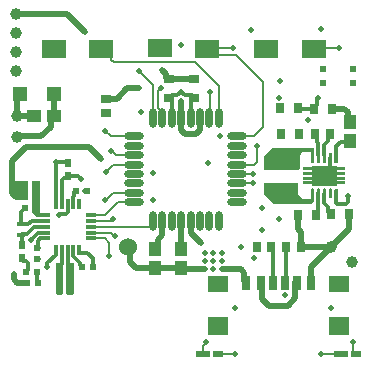
<source format=gtl>
G04*
G04 #@! TF.GenerationSoftware,Altium Limited,Altium Designer,23.6.0 (18)*
G04*
G04 Layer_Physical_Order=1*
G04 Layer_Color=255*
%FSLAX44Y44*%
%MOMM*%
G71*
G04*
G04 #@! TF.SameCoordinates,26645B5F-4E51-4842-B81F-BC902FA672D2*
G04*
G04*
G04 #@! TF.FilePolarity,Positive*
G04*
G01*
G75*
%ADD12C,0.2000*%
%ADD17R,1.2500X1.2200*%
%ADD18R,1.1581X1.0121*%
%ADD19R,0.7500X0.9000*%
%ADD20R,0.6000X0.6200*%
%ADD21R,0.6000X0.7000*%
%ADD22R,0.6500X0.3500*%
%ADD23R,1.0121X1.1581*%
%ADD24R,1.8000X1.5000*%
%ADD25R,1.8000X1.3500*%
%ADD26R,0.8000X1.2000*%
%ADD27R,0.7600X1.2000*%
%ADD28R,0.7000X1.2000*%
%ADD29R,0.5000X0.5000*%
%ADD30R,0.6200X0.6000*%
%ADD31R,0.4500X0.6750*%
%ADD32R,0.8500X0.3000*%
%ADD33R,0.3000X0.8500*%
%ADD34R,0.9000X0.7500*%
%ADD35R,0.8621X0.7350*%
%ADD36O,1.7000X0.6000*%
%ADD37O,0.6000X1.7000*%
%ADD38R,0.7350X0.8621*%
%ADD39R,1.3000X0.5000*%
%ADD40R,0.8700X0.5000*%
%ADD41R,2.7000X1.0000*%
%ADD42R,0.8000X0.9000*%
%ADD43R,0.7565X0.8621*%
%ADD44R,0.5700X0.5500*%
%ADD45R,2.0000X1.5000*%
%ADD46C,0.2520*%
%ADD47C,1.5300*%
%ADD69C,0.5000*%
%ADD70C,0.3000*%
%ADD71C,0.3500*%
%ADD72C,1.0000*%
%ADD73C,1.5240*%
%ADD74C,0.4700*%
G36*
X285450Y173053D02*
Y172775D01*
X285237Y172260D01*
X284843Y171866D01*
X284328Y171653D01*
X283771D01*
X283257Y171866D01*
X282863Y172260D01*
X282650Y172775D01*
Y173053D01*
Y180153D01*
X285450D01*
Y173053D01*
D02*
G37*
G36*
X280450D02*
Y172775D01*
X280237Y172260D01*
X279843Y171866D01*
X279328Y171653D01*
X278771D01*
X278257Y171866D01*
X277863Y172260D01*
X277650Y172775D01*
Y173053D01*
Y180153D01*
X280450D01*
X280450Y173053D01*
D02*
G37*
G36*
X275450D02*
Y172775D01*
X275237Y172260D01*
X274843Y171866D01*
X274328Y171653D01*
X273771D01*
X273257Y171866D01*
X272863Y172260D01*
X272650Y172775D01*
Y173053D01*
Y180153D01*
X275450D01*
Y173053D01*
D02*
G37*
G36*
X270450D02*
Y172775D01*
X270237Y172260D01*
X269843Y171866D01*
X269328Y171653D01*
X268771D01*
X268257Y171866D01*
X267863Y172260D01*
X267650Y172775D01*
Y173053D01*
X267650D01*
Y180153D01*
X270450D01*
Y173053D01*
D02*
G37*
G36*
X265450Y180153D02*
Y173053D01*
Y172775D01*
X265237Y172260D01*
X264843Y171866D01*
X264328Y171653D01*
X263771D01*
X263257Y171866D01*
X262863Y172260D01*
X262650Y172775D01*
Y173053D01*
Y180153D01*
X262681D01*
Y181154D01*
X255300D01*
X253718Y178158D01*
Y167614D01*
X252437Y166333D01*
X223149D01*
Y178042D01*
X229960Y184853D01*
X265450D01*
Y180153D01*
D02*
G37*
G36*
X284800Y168403D02*
X291800D01*
Y165903D01*
X284800D01*
Y164403D01*
X291800D01*
Y161903D01*
X284800D01*
Y160403D01*
X291800D01*
Y157903D01*
X284800D01*
Y156403D01*
X291800D01*
Y153903D01*
X284800D01*
Y152653D01*
X263300D01*
Y153903D01*
X256300D01*
Y156403D01*
X263300D01*
Y157903D01*
X256300D01*
Y160403D01*
X263300D01*
Y161903D01*
X256300D01*
Y164403D01*
X263300D01*
Y165903D01*
X256300D01*
Y168403D01*
X263300D01*
Y169653D01*
X284800D01*
Y168403D01*
D02*
G37*
G36*
X23343Y144876D02*
X11291D01*
X11947Y156540D01*
Y156830D01*
X23343D01*
Y144876D01*
D02*
G37*
G36*
X284843Y150440D02*
X285237Y150046D01*
X285450Y149532D01*
Y149253D01*
Y142153D01*
X282650D01*
Y149253D01*
Y149532D01*
X282863Y150046D01*
X283257Y150440D01*
X283771Y150653D01*
X284328D01*
X284843Y150440D01*
D02*
G37*
G36*
X279843D02*
X280237Y150046D01*
X280450Y149532D01*
Y149253D01*
X280450D01*
Y142153D01*
X277650D01*
Y149253D01*
Y149532D01*
X277863Y150046D01*
X278257Y150440D01*
X278771Y150653D01*
X279328D01*
X279843Y150440D01*
D02*
G37*
G36*
X274843D02*
X275237Y150046D01*
X275450Y149532D01*
Y149253D01*
Y142153D01*
X272650D01*
Y149253D01*
Y149532D01*
X272863Y150046D01*
X273257Y150440D01*
X273771Y150653D01*
X274328D01*
X274843Y150440D01*
D02*
G37*
G36*
X269843D02*
X270237Y150046D01*
X270450Y149532D01*
Y149253D01*
Y142153D01*
X267650D01*
X267650Y149253D01*
Y149532D01*
X267863Y150046D01*
X268257Y150440D01*
X268771Y150653D01*
X269328D01*
X269843Y150440D01*
D02*
G37*
G36*
X251731Y145606D02*
X255391Y141947D01*
X262585D01*
Y147578D01*
X262650Y147642D01*
Y149253D01*
Y149532D01*
X262863Y150046D01*
X263257Y150440D01*
X263771Y150653D01*
X264328D01*
X264843Y150440D01*
X265237Y150046D01*
X265450Y149532D01*
Y149253D01*
Y142153D01*
X265401D01*
Y140174D01*
X265505Y140070D01*
X262585Y137150D01*
X231512D01*
X223245Y145418D01*
Y155210D01*
X251731Y145606D01*
D02*
G37*
G36*
X32958Y156441D02*
Y129596D01*
X40090D01*
X40288Y129398D01*
Y126625D01*
X30284D01*
X26470Y130438D01*
Y156490D01*
X32958Y156441D01*
D02*
G37*
G36*
X61780Y87355D02*
X62496Y86640D01*
Y61712D01*
X61175Y60391D01*
X57004D01*
X55727Y61669D01*
Y87465D01*
X61780Y87355D01*
D02*
G37*
G36*
X53146Y87127D02*
Y62009D01*
X51936Y60274D01*
X47960D01*
X46686Y62009D01*
Y87371D01*
X46675Y87382D01*
X53146Y87127D01*
D02*
G37*
D12*
X93380Y194702D02*
X113354D01*
X88768Y199314D02*
X93380Y194702D01*
X93659Y181905D02*
X94389D01*
X97592Y178702D01*
X113354D01*
X91829Y93384D02*
X91962Y93516D01*
X76385Y122971D02*
X93203D01*
X91962Y93516D02*
Y104253D01*
X76203Y108153D02*
X88062D01*
X91962Y104253D01*
X76203Y123153D02*
X76385Y122971D01*
X176272Y269517D02*
X196588D01*
X174949Y268194D02*
X176272Y269517D01*
X174949Y268194D02*
X179432Y263712D01*
X199040D01*
X259993Y263238D02*
X264949Y268194D01*
X265880Y269125D01*
X286607D01*
X176928Y210276D02*
Y231994D01*
X184854Y210201D02*
Y236968D01*
X222280Y202443D02*
Y240473D01*
X164534Y257288D02*
X184854Y236968D01*
X199040Y263712D02*
X222280Y240473D01*
X217034Y179351D02*
Y186621D01*
X216843Y186813D02*
X217034Y186621D01*
X214539Y194702D02*
X222280Y202443D01*
X200354Y194702D02*
X214539D01*
X113220Y170568D02*
X113354Y170702D01*
X132932Y218609D02*
X136854Y214687D01*
X95466Y170568D02*
X113220D01*
X136854Y210201D02*
Y214687D01*
X95858Y257288D02*
X164534D01*
X93821Y259325D02*
X95858Y257288D01*
X88954Y164056D02*
X95466Y170568D01*
X87321Y268197D02*
X93821Y261697D01*
Y259325D02*
Y261697D01*
X84949Y268197D02*
X87321D01*
X117332Y249885D02*
X128854Y238363D01*
Y210201D02*
Y238363D01*
X132932Y218609D02*
Y232743D01*
X135737Y235548D01*
X99136Y138702D02*
X113354D01*
X88588Y128153D02*
X99136Y138702D01*
X95050Y146701D02*
X113354D01*
X88659Y140986D02*
X89335D01*
X95050Y146701D01*
X95932Y110507D02*
X96608D01*
X76203Y118153D02*
X128392D01*
X76203Y113153D02*
X93286D01*
X95932Y110507D01*
X94831Y124598D02*
X95507D01*
X93203Y122971D02*
X94831Y124598D01*
X76203Y128153D02*
X88588D01*
X171288Y10056D02*
Y16788D01*
X174285Y19785D02*
Y20461D01*
X171288Y16788D02*
X174285Y19785D01*
X184438Y10056D02*
X198788D01*
X271303Y10125D02*
X287803D01*
X298142Y11625D02*
X299642Y10125D01*
X298142Y11625D02*
Y20395D01*
X299642Y10125D02*
X300953D01*
X200389Y154737D02*
X213234D01*
X214892Y170702D02*
X217185Y172994D01*
X200354Y170702D02*
X214892D01*
X217034Y179351D02*
X217185Y179200D01*
Y172994D02*
Y179200D01*
X200519Y162536D02*
X213190D01*
D17*
X45524Y230203D02*
D03*
X16024D02*
D03*
D18*
X28318Y211889D02*
D03*
X44858D02*
D03*
D19*
X279607Y128490D02*
D03*
X266916Y127947D02*
D03*
X251416D02*
D03*
X295106Y128490D02*
D03*
D20*
X20414Y143611D02*
D03*
X29614D02*
D03*
X21490Y79979D02*
D03*
X30690D02*
D03*
X20279Y153427D02*
D03*
X29478D02*
D03*
X22136Y70071D02*
D03*
X31336D02*
D03*
X49810Y74298D02*
D03*
X59010D02*
D03*
X73226Y148695D02*
D03*
X64026D02*
D03*
X78072Y84129D02*
D03*
X68872D02*
D03*
X58867Y84338D02*
D03*
X49667D02*
D03*
D21*
X17726Y102231D02*
D03*
Y91230D02*
D03*
X57226Y161446D02*
D03*
Y172446D02*
D03*
D22*
X17483Y119973D02*
D03*
Y111473D02*
D03*
D23*
X152653Y99488D02*
D03*
Y82949D02*
D03*
X130400Y99538D02*
D03*
Y82998D02*
D03*
X295873Y190323D02*
D03*
Y206863D02*
D03*
D24*
X286743Y34028D02*
D03*
X184242D02*
D03*
D25*
X286743Y69828D02*
D03*
X184242D02*
D03*
D26*
X207992Y70578D02*
D03*
X262993D02*
D03*
D27*
X220292D02*
D03*
X250692D02*
D03*
D28*
X240492D02*
D03*
X230492D02*
D03*
D29*
X20975Y134099D02*
D03*
X29975D02*
D03*
D30*
X31210Y91086D02*
D03*
Y100286D02*
D03*
D31*
X58842Y64384D02*
D03*
X49592D02*
D03*
D32*
X76203Y108153D02*
D03*
Y113153D02*
D03*
Y118153D02*
D03*
Y123153D02*
D03*
Y128153D02*
D03*
X37202D02*
D03*
Y123153D02*
D03*
Y118153D02*
D03*
Y113153D02*
D03*
Y108153D02*
D03*
D33*
X66702Y137653D02*
D03*
X61703D02*
D03*
X56702D02*
D03*
X51703D02*
D03*
X46702D02*
D03*
Y98653D02*
D03*
X51703D02*
D03*
X56702D02*
D03*
X61703D02*
D03*
X66702D02*
D03*
D34*
X163827Y242876D02*
D03*
Y227376D02*
D03*
X142291Y242943D02*
D03*
Y227443D02*
D03*
D35*
X89046Y214264D02*
D03*
Y226572D02*
D03*
D36*
X200354Y194702D02*
D03*
Y186702D02*
D03*
Y178702D02*
D03*
Y170702D02*
D03*
Y162701D02*
D03*
Y154701D02*
D03*
Y146701D02*
D03*
Y138702D02*
D03*
X113354D02*
D03*
Y146701D02*
D03*
Y154701D02*
D03*
Y162701D02*
D03*
Y170702D02*
D03*
Y178702D02*
D03*
Y186702D02*
D03*
Y194702D02*
D03*
D37*
X184854Y123202D02*
D03*
X176854D02*
D03*
X168854D02*
D03*
X160854D02*
D03*
X152854D02*
D03*
X144854D02*
D03*
X136854D02*
D03*
X128854D02*
D03*
Y210201D02*
D03*
X136854D02*
D03*
X144854D02*
D03*
X152854D02*
D03*
X160854D02*
D03*
X168854D02*
D03*
X176854D02*
D03*
X184854D02*
D03*
D38*
X216757Y100885D02*
D03*
X229065D02*
D03*
X241958Y101058D02*
D03*
X254266D02*
D03*
D39*
X171288Y10056D02*
D03*
X287803Y10125D02*
D03*
D40*
X184438Y10056D02*
D03*
X300953Y10125D02*
D03*
D41*
X238149Y150056D02*
D03*
Y172056D02*
D03*
D42*
X252504Y196506D02*
D03*
X237505D02*
D03*
X251612Y218289D02*
D03*
X236613D02*
D03*
X280401Y217983D02*
D03*
X265401D02*
D03*
D43*
X279080Y196411D02*
D03*
X266063D02*
D03*
D44*
X272840Y251613D02*
D03*
X298340D02*
D03*
X272840Y240012D02*
D03*
X298340D02*
D03*
D45*
X264949Y268194D02*
D03*
X44949Y268197D02*
D03*
X134949Y269020D02*
D03*
X84949Y268197D02*
D03*
X174949Y268194D02*
D03*
X224949D02*
D03*
D46*
X274050Y143553D02*
D03*
X264050Y146403D02*
D03*
X269050D02*
D03*
X279050Y143553D02*
D03*
X284050D02*
D03*
Y175903D02*
D03*
X279050D02*
D03*
X274050Y178653D02*
D03*
X269050D02*
D03*
X264050D02*
D03*
D47*
X274050Y161154D02*
D03*
D69*
X45275Y230452D02*
X45524Y230203D01*
X262993Y84305D02*
X279409Y100722D01*
X279241Y100890D02*
X279409Y100722D01*
X295106Y116419D01*
X12858Y297862D02*
X56408D01*
X71258Y283012D01*
X152738Y224484D02*
X152854Y224368D01*
Y210201D02*
Y224368D01*
Y210201D02*
X153045Y210010D01*
X14756Y194541D02*
X34155D01*
X42452Y209483D02*
X45191Y212222D01*
X42452Y202837D02*
Y209483D01*
X34155Y194541D02*
X42452Y202837D01*
X14280Y194065D02*
X14756Y194541D01*
X160931Y113173D02*
X169983Y104121D01*
X160931Y113173D02*
Y123125D01*
X160854Y123202D02*
X160931Y123125D01*
X89046Y226572D02*
X98675D01*
X107414Y235310D02*
X117578D01*
X98675Y226572D02*
X107414Y235310D01*
X136854Y111020D02*
Y123202D01*
X130400Y99538D02*
X132961Y102099D01*
Y107127D01*
X136854Y111020D01*
X153660Y81941D02*
X172927D01*
X152628Y82973D02*
X153660Y81941D01*
X206492Y72078D02*
X207992Y70578D01*
X206492Y72078D02*
Y79012D01*
X203563Y81941D02*
X206492Y79012D01*
X187369Y81941D02*
X203563D01*
X13776Y211889D02*
X28318D01*
X21636Y70671D02*
X22136Y70171D01*
X11264Y73600D02*
Y77940D01*
Y73600D02*
X14194Y70671D01*
X21636D01*
X22136Y70071D02*
Y70171D01*
X291142Y217983D02*
X294071Y215054D01*
X280401Y217983D02*
X291142D01*
X294071Y208666D02*
X295873Y206863D01*
X294071Y208666D02*
Y215054D01*
X165354Y196735D02*
X168662Y200043D01*
Y210010D02*
X168854Y210201D01*
X168662Y200043D02*
Y210010D01*
X162861Y242909D02*
X163827Y243875D01*
X136578Y250706D02*
X140291Y246994D01*
X155974Y196735D02*
X165354D01*
X153045Y199664D02*
Y210010D01*
Y199664D02*
X155974Y196735D01*
X142291Y242943D02*
X142324Y242909D01*
X141541Y242943D02*
X142291D01*
X140291Y244193D02*
X141541Y242943D01*
X13776Y211889D02*
Y227954D01*
X45191Y229869D02*
X45524Y230203D01*
X45191Y212222D02*
Y229869D01*
X13776Y211873D02*
Y211889D01*
Y227954D02*
X16024Y230203D01*
X142324Y242909D02*
X162861D01*
X140291Y244193D02*
Y246994D01*
X254215Y101109D02*
Y113307D01*
X295106Y116419D02*
Y128490D01*
X9449Y146718D02*
X13132Y143035D01*
X21207Y185549D02*
X75171D01*
X9449Y173791D02*
X21207Y185549D01*
X9449Y146718D02*
Y173791D01*
X75171Y185549D02*
X85255Y175465D01*
X20279Y153427D02*
X20346Y153359D01*
Y143678D02*
X20414Y143611D01*
X20346Y143678D02*
Y153359D01*
X13132Y143035D02*
X19914D01*
X20414Y143535D01*
Y143611D01*
X128854Y118615D02*
Y123202D01*
X152753Y123101D02*
X152854Y123202D01*
X130400Y82998D02*
X130424Y82973D01*
X152628D01*
X130152Y83246D02*
X130400Y82998D01*
X114895Y83246D02*
X130152D01*
X109594Y88547D02*
X114895Y83246D01*
X128392Y118153D02*
X128854Y118615D01*
X109594Y88547D02*
Y99038D01*
X107634Y100997D02*
X109594Y99038D01*
X130400Y99538D02*
Y100268D01*
X152653Y99488D02*
X152753Y99589D01*
Y123101D01*
X254215Y101109D02*
X254266Y101058D01*
X254434Y100890D01*
X279241D01*
X249392Y57477D02*
Y71533D01*
X250653Y72794D01*
X221592Y56948D02*
Y69278D01*
X220292Y70578D02*
X221592Y69278D01*
X227318Y51223D02*
X243138D01*
X249392Y57477D01*
X221592Y56948D02*
X227318Y51223D01*
X262993Y70578D02*
Y84305D01*
X251416Y116107D02*
X254215Y113307D01*
X251416Y116107D02*
Y127947D01*
D70*
X268267Y189622D02*
X269050Y188839D01*
X266063Y196411D02*
X268267Y194207D01*
Y189622D02*
Y194207D01*
X269050Y178653D02*
Y188839D01*
X274050Y178653D02*
Y187525D01*
X276797Y190273D02*
Y193601D01*
X274050Y187525D02*
X276797Y190273D01*
Y193601D02*
X278565Y195368D01*
X278652D01*
X61703Y137653D02*
Y143415D01*
X62526Y144239D01*
Y147095D01*
X64026Y148595D01*
Y148695D01*
X63889Y148559D02*
X63889D01*
X64002Y148446D01*
X51703Y137653D02*
Y157688D01*
X53460Y159446D01*
X55726D01*
X57226Y160946D01*
Y161446D01*
X29975Y134099D02*
X30975Y133099D01*
Y129910D02*
X32732Y128153D01*
X30975Y129910D02*
Y133099D01*
X32732Y128153D02*
X37202D01*
X31311Y100286D02*
Y106396D01*
X33068Y108153D01*
X37202D01*
X25367Y106879D02*
X31530Y113042D01*
X37091D02*
X37202Y113153D01*
X31530Y113042D02*
X37091D01*
X17726Y90730D02*
Y91230D01*
Y90730D02*
X19226Y89230D01*
X21409D01*
X23166Y87473D01*
X21490Y79979D02*
Y80079D01*
X23166Y81756D02*
Y87473D01*
X21490Y80079D02*
X23166Y81756D01*
X274050Y138499D02*
Y145404D01*
X277526Y130570D02*
Y135023D01*
X274050Y138499D02*
X277526Y135023D01*
Y130570D02*
X279607Y128490D01*
X30690Y79979D02*
X31013Y79656D01*
Y70394D02*
Y79656D01*
Y70394D02*
X31336Y70071D01*
X49592Y64384D02*
X49701Y64493D01*
Y74189D01*
X49667Y84338D02*
X49738Y84267D01*
X49701Y74189D02*
X49738Y74227D01*
Y84267D01*
X58842Y64384D02*
X58926Y64468D01*
X58867Y84338D02*
X58938Y84267D01*
X58926Y64468D02*
Y74214D01*
X58938Y74370D02*
Y84267D01*
X58926Y74214D02*
X59010Y74298D01*
X58938Y74370D02*
X59010Y74298D01*
X39146Y84338D02*
X39433Y84625D01*
X49667Y84438D02*
X51703Y86475D01*
Y98653D01*
X49667Y84338D02*
Y84438D01*
X56702Y86602D02*
Y98653D01*
X78072Y84129D02*
Y91232D01*
X56702Y86602D02*
X58867Y84438D01*
Y84338D02*
Y84438D01*
X61703Y93123D02*
Y98653D01*
Y93123D02*
X67372Y87453D01*
X66702Y95956D02*
Y98653D01*
X67372Y85629D02*
Y87453D01*
Y85629D02*
X68872Y84129D01*
X66702Y95956D02*
X73348D01*
X78072Y91232D01*
X17062Y120020D02*
Y130186D01*
X17726Y102656D02*
Y111651D01*
X17798Y111723D01*
X22047D01*
X17062Y120020D02*
X23101D01*
X26235Y123153D01*
X22047Y111723D02*
X28476Y118153D01*
X26235Y123153D02*
X37202D01*
X28476Y118153D02*
X37202D01*
X17062Y130186D02*
X20975Y134099D01*
X29478Y153427D02*
X29546Y153359D01*
Y143678D02*
Y153359D01*
Y143678D02*
X29614Y143611D01*
X29794Y143430D01*
Y134279D02*
Y143430D01*
X65718Y160946D02*
X68219Y158446D01*
X68226D01*
X57226Y160946D02*
X65718D01*
X288070Y190055D02*
X295605D01*
X284050Y186034D02*
X288070Y190055D01*
X295605D02*
X295873Y190323D01*
X176928Y231994D02*
X177002Y232068D01*
X176854Y210201D02*
X176928Y210276D01*
X284050Y175903D02*
Y186034D01*
X39433Y84625D02*
Y87126D01*
X46702Y94395D01*
X46633Y141351D02*
Y172139D01*
X56709Y172962D02*
X57226Y172446D01*
X46633Y172139D02*
X47050Y172556D01*
Y172962D01*
X56709D01*
X31210Y100286D02*
X31311D01*
X46633Y141351D02*
X46702Y141282D01*
Y137722D02*
Y141282D01*
X49693Y128162D02*
X49980Y128449D01*
X54945D01*
X56702Y130206D02*
Y137653D01*
X54945Y128449D02*
X56702Y130206D01*
X46702Y94395D02*
Y98653D01*
X284050Y138153D02*
X284693Y137510D01*
X279050Y166153D02*
Y175903D01*
X284050Y138153D02*
Y143553D01*
X294350Y139267D02*
Y144073D01*
X284693Y137510D02*
X292593D01*
X294350Y139267D01*
X266916Y127947D02*
X269050Y130081D01*
Y146403D01*
D71*
X155760Y229375D02*
X161827D01*
X163827Y227376D01*
X152680Y232456D02*
X155760Y229375D01*
X149706Y229482D02*
X152680Y232456D01*
X143041Y227443D02*
X145041Y229443D01*
X147052D01*
X147091Y229482D01*
X149706D01*
X142291Y227443D02*
X142854D01*
X265401Y218483D02*
X267651Y220733D01*
Y225454D01*
X268901Y226703D02*
Y227028D01*
X267651Y225454D02*
X268901Y226703D01*
X251612Y218289D02*
X251766Y218136D01*
X265248D01*
X265401Y217983D01*
X160854Y223856D02*
X161077Y224080D01*
Y225375D01*
X160854Y210201D02*
Y223856D01*
X161077Y225375D02*
X163077Y227376D01*
X142854Y227443D02*
X144854Y225443D01*
Y210201D02*
Y225443D01*
X227596Y100423D02*
X230492Y97527D01*
X227596Y100423D02*
Y101058D01*
X241225Y100325D02*
X241958Y101058D01*
X241225Y71311D02*
Y100325D01*
X230492Y70578D02*
Y97527D01*
X240492Y70578D02*
X241225Y71311D01*
X200354Y154701D02*
X200389Y154737D01*
X200354Y162701D02*
X200519Y162536D01*
X213234Y154737D02*
X213270Y154773D01*
X213190Y162536D02*
X213356Y162371D01*
D72*
X297101Y87912D02*
D03*
X279409Y100722D02*
D03*
X12858Y281866D02*
D03*
Y249875D02*
D03*
Y297862D02*
D03*
Y265871D02*
D03*
X13776Y211873D02*
D03*
X14280Y194065D02*
D03*
D73*
X107634Y100997D02*
D03*
D74*
X52161Y268587D02*
D03*
X119167Y215191D02*
D03*
X88768Y199314D02*
D03*
X152738Y224484D02*
D03*
X93659Y181905D02*
D03*
X203531Y101282D02*
D03*
X187369Y96147D02*
D03*
X180148Y96147D02*
D03*
X187369Y89044D02*
D03*
X169983Y104121D02*
D03*
X152680Y232456D02*
D03*
X64002Y148446D02*
D03*
X268901Y227028D02*
D03*
X85255Y175465D02*
D03*
X25367Y106879D02*
D03*
X68226Y158446D02*
D03*
X49693Y128162D02*
D03*
X71258Y283012D02*
D03*
X45191Y212222D02*
D03*
X71226Y147930D02*
D03*
X47050Y172962D02*
D03*
X274050Y161154D02*
D03*
X269050Y166153D02*
D03*
Y156153D02*
D03*
X279050D02*
D03*
Y166153D02*
D03*
X213356Y162371D02*
D03*
X236613Y218289D02*
D03*
X237505Y196506D02*
D03*
X224949Y268194D02*
D03*
X272840Y251613D02*
D03*
X266063Y196411D02*
D03*
X260142Y208425D02*
D03*
X236968Y241136D02*
D03*
X252504Y196506D02*
D03*
X235970Y227361D02*
D03*
X9449Y147598D02*
D03*
X31736Y70523D02*
D03*
X49667Y84338D02*
D03*
X39146D02*
D03*
X11264Y77940D02*
D03*
X31320Y91059D02*
D03*
X91829Y93384D02*
D03*
X96608Y110507D02*
D03*
X95507Y124598D02*
D03*
X88659Y140986D02*
D03*
X31252Y100366D02*
D03*
X9505Y153799D02*
D03*
X117332Y249885D02*
D03*
X128942Y141112D02*
D03*
X130400Y99538D02*
D03*
X134949Y269020D02*
D03*
X136578Y250706D02*
D03*
X163827Y243875D02*
D03*
X135737Y235548D02*
D03*
X177002Y232068D02*
D03*
X198788Y10056D02*
D03*
X271303Y10125D02*
D03*
X298142Y20395D02*
D03*
X295604Y206593D02*
D03*
X294350Y144073D02*
D03*
X278652Y195368D02*
D03*
X271394Y285399D02*
D03*
X211588Y285029D02*
D03*
X279607Y128490D02*
D03*
X298340Y251613D02*
D03*
X286607Y269125D02*
D03*
X216757Y100885D02*
D03*
X198376Y49101D02*
D03*
X221431Y115112D02*
D03*
X214730Y91910D02*
D03*
X250653Y72794D02*
D03*
X266916Y127947D02*
D03*
X280093Y49313D02*
D03*
X235568Y124208D02*
D03*
X240492Y60578D02*
D03*
X172927Y89044D02*
D03*
X187369Y81941D02*
D03*
X172927Y96147D02*
D03*
Y81941D02*
D03*
X179970D02*
D03*
X180148Y89044D02*
D03*
X175727Y171687D02*
D03*
X185872Y194938D02*
D03*
X213270Y154773D02*
D03*
X89046Y214264D02*
D03*
X88954Y164056D02*
D03*
X117578Y235310D02*
D03*
X216843Y186813D02*
D03*
X128601Y163782D02*
D03*
X153097Y271999D02*
D03*
X174285Y20461D02*
D03*
X221431Y134112D02*
D03*
X196588Y269517D02*
D03*
X84949Y268197D02*
D03*
M02*

</source>
